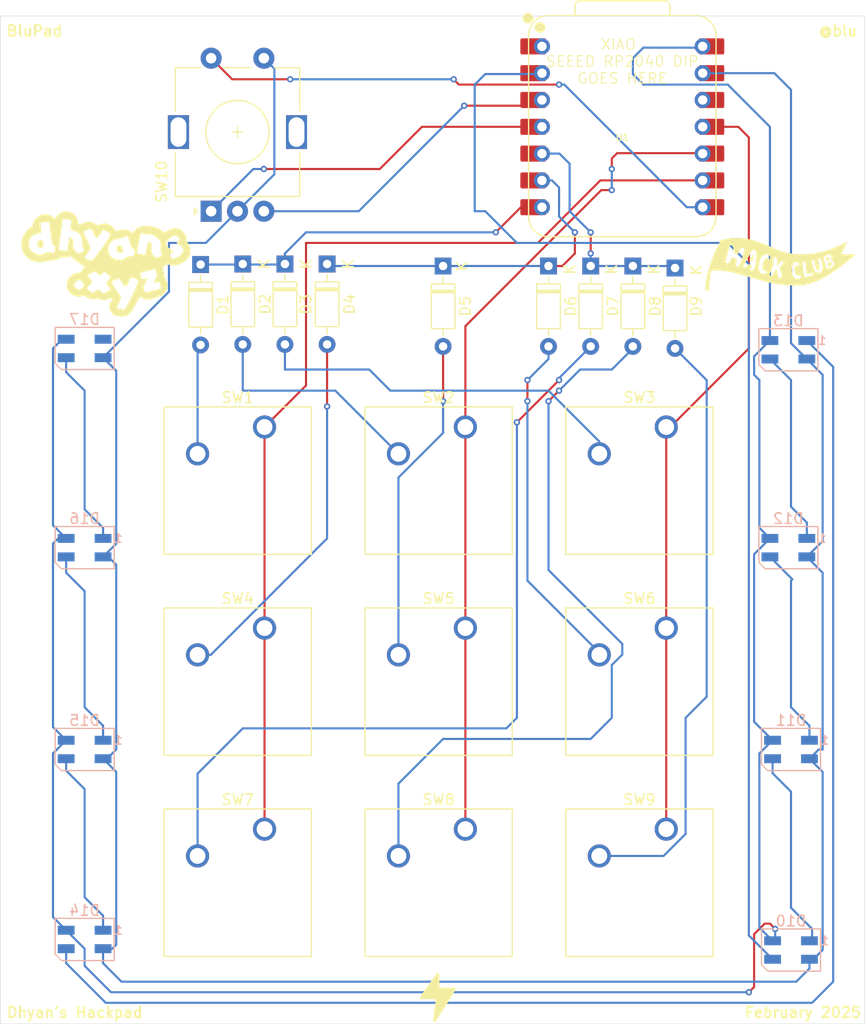
<source format=kicad_pcb>
(kicad_pcb (version 20240108) (generator "pcbnew") (generator_version "8.0")
  (title_block (title "BluPad") (date "2025-02-20"))
  (layers (0 "F.Cu" signal) (31 "B.Cu" signal) (34 "B.Paste" user) (35 "F.Paste" user) (36 "B.SilkS" user "B.Silkscreen") (37 "F.SilkS" user "F.Silkscreen") (38 "B.Mask" user) (39 "F.Mask" user) (44 "Edge.Cuts" user))
  (net 0 "")
  (net 1 "ROW1")
  (net 2 "Net-(D1-A)")
  (net 3 "Net-(D2-A)")
  (net 4 "Net-(D3-A)")
  (net 5 "Net-(D4-A)")
  (net 6 "ROW2")
  (net 7 "Net-(D5-A)")
  (net 8 "Net-(D6-A)")
  (net 9 "Net-(D7-A)")
  (net 10 "ROW3")
  (net 11 "Net-(D8-A)")
  (net 12 "Net-(D9-A)")
  (net 13 "GND")
  (net 14 "LED")
  (net 15 "Net-(D10-DOUT)")
  (net 16 "+5V")
  (net 17 "Net-(D11-DOUT)")
  (net 18 "Net-(D12-DOUT)")
  (net 19 "Net-(D13-DOUT)")
  (net 20 "Net-(D14-DOUT)")
  (net 21 "Net-(D15-DOUT)")
  (net 22 "Net-(D16-DOUT)")
  (net 23 "COL1")
  (net 24 "COL2")
  (net 25 "COL3")
  (net 26 "ENC A")
  (net 27 "ENC B")
  (net 28 "ENC SW")
  (net 31 "unconnected-(D17-DOUT-Pad1)")
  (footprint "LOGO" (layer "F.Cu") (at 144.86375 134.7)
    (property "Reference" "G***" (hide yes))
    (property "Value" "LOGO" (hide yes))
  )
  (footprint "OPL:XIAO-RP2040-DIP" (layer "F.Cu") (at 162.36375 52.2)
    (property "Reference" "U1" (at 0 1 0) (layer "F.SilkS") (effects (font (size 0.635 0.635) (thickness 0.1016))))
    (property "Value" "XIAO-RP2040-DIP")
    (pad "1" smd roundrect (at -8.455 -7.62 180) (size 2.432 1.524) (layers "F.Cu" "F.Mask") (roundrect_rratio 0.1))
    (pad "1" thru_hole circle (at -7.62 -7.62 180) (size 1.524 1.524) (drill 0.889) (layers "*.Cu" "*.Mask"))
    (pad "2" smd roundrect (at -8.455 -5.08 180) (size 2.432 1.524) (layers "F.Cu" "F.Mask") (roundrect_rratio 0.1) (net 14 "LED"))
    (pad "2" thru_hole circle (at -7.62 -5.08 180) (size 1.524 1.524) (drill 0.889) (layers "*.Cu" "*.Mask") (net 14 "LED"))
    (pad "3" smd roundrect (at -8.455 -2.54 180) (size 2.432 1.524) (layers "F.Cu" "F.Mask") (roundrect_rratio 0.1) (net 27 "ENC B"))
    (pad "3" thru_hole circle (at -7.62 -2.54 180) (size 1.524 1.524) (drill 0.889) (layers "*.Cu" "*.Mask") (net 27 "ENC B"))
    (pad "4" smd roundrect (at -8.455 0 180) (size 2.432 1.524) (layers "F.Cu" "F.Mask") (roundrect_rratio 0.1) (net 26 "ENC A"))
    (pad "4" thru_hole circle (at -7.62 0 180) (size 1.524 1.524) (drill 0.889) (layers "*.Cu" "*.Mask") (net 26 "ENC A"))
    (pad "5" smd roundrect (at -8.455 2.54 180) (size 2.432 1.524) (layers "F.Cu" "F.Mask") (roundrect_rratio 0.1) (net 10 "ROW3"))
    (pad "5" thru_hole circle (at -7.62 2.54 180) (size 1.524 1.524) (drill 0.889) (layers "*.Cu" "*.Mask") (net 10 "ROW3"))
    (pad "6" smd roundrect (at -8.455 5.08 180) (size 2.432 1.524) (layers "F.Cu" "F.Mask") (roundrect_rratio 0.1) (net 6 "ROW2"))
    (pad "6" thru_hole circle (at -7.62 5.08 180) (size 1.524 1.524) (drill 0.889) (layers "*.Cu" "*.Mask") (net 6 "ROW2"))
    (pad "7" smd roundrect (at -8.455 7.62 180) (size 2.432 1.524) (layers "F.Cu" "F.Mask") (roundrect_rratio 0.1) (net 1 "ROW1"))
    (pad "7" thru_hole circle (at -7.62 7.62 180) (size 1.524 1.524) (drill 0.889) (layers "*.Cu" "*.Mask") (net 1 "ROW1"))
    (pad "8" thru_hole circle (at 7.62 7.62) (size 1.524 1.524) (drill 0.889) (layers "*.Cu" "*.Mask") (net 28 "ENC SW"))
    (pad "8" smd roundrect (at 8.455 7.62) (size 2.432 1.524) (layers "F.Cu" "F.Mask") (roundrect_rratio 0.1) (net 28 "ENC SW"))
    (pad "9" thru_hole circle (at 7.62 5.08) (size 1.524 1.524) (drill 0.889) (layers "*.Cu" "*.Mask") (net 23 "COL1"))
    (pad "9" smd roundrect (at 8.455 5.08) (size 2.432 1.524) (layers "F.Cu" "F.Mask") (roundrect_rratio 0.1) (net 23 "COL1"))
    (pad "10" thru_hole circle (at 7.62 2.54) (size 1.524 1.524) (drill 0.889) (layers "*.Cu" "*.Mask") (net 24 "COL2"))
    (pad "10" smd roundrect (at 8.455 2.54) (size 2.432 1.524) (layers "F.Cu" "F.Mask") (roundrect_rratio 0.1) (net 24 "COL2"))
    (pad "11" thru_hole circle (at 7.62 0) (size 1.524 1.524) (drill 0.889) (layers "*.Cu" "*.Mask") (net 25 "COL3"))
    (pad "11" smd roundrect (at 8.455 0) (size 2.432 1.524) (layers "F.Cu" "F.Mask") (roundrect_rratio 0.1) (net 25 "COL3"))
    (pad "12" thru_hole circle (at 7.62 -2.54) (size 1.524 1.524) (drill 0.889) (layers "*.Cu" "*.Mask"))
    (pad "12" smd roundrect (at 8.455 -2.54) (size 2.432 1.524) (layers "F.Cu" "F.Mask") (roundrect_rratio 0.1))
    (pad "13" thru_hole circle (at 7.62 -5.08) (size 1.524 1.524) (drill 0.889) (layers "*.Cu" "*.Mask") (net 13 "GND"))
    (pad "13" smd roundrect (at 8.455 -5.08) (size 2.432 1.524) (layers "F.Cu" "F.Mask") (roundrect_rratio 0.1) (net 13 "GND"))
    (pad "14" thru_hole circle (at 7.62 -7.62) (size 1.524 1.524) (drill 0.889) (layers "*.Cu" "*.Mask") (net 16 "+5V"))
    (pad "14" smd roundrect (at 8.455 -7.62) (size 2.432 1.524) (layers "F.Cu" "F.Mask") (roundrect_rratio 0.1) (net 16 "+5V"))
  )
  (footprint "Diode_THT:D_DO-35_SOD27_P7.62mm_Horizontal" (layer "F.Cu") (at 159.36375 65.39 -90)
    (property "Reference" "D7" (at 3.81 -2.12 90) (layer "F.SilkS"))
    (property "Value" "1N4148")
    (fp_text user "K" (at 0.31 -2 90) (layer "F.SilkS"))
    (pad "1" thru_hole rect (at 0 0 270) (size 1.6 1.6) (drill 0.8) (layers "*.Cu" "*.Mask") (net 10 "ROW3"))
    (pad "2" thru_hole oval (at 7.62 0 270) (size 1.6 1.6) (drill 0.8) (layers "*.Cu" "*.Mask") (net 9 "Net-(D7-A)"))
  )
  (footprint "Button_Switch_Keyboard:SW_Cherry_MX_1.00u_PCB" (layer "F.Cu") (at 147.47875 80.645)
    (property "Reference" "SW2" (at -2.54 -2.794 0) (layer "F.SilkS"))
    (property "Value" "SW_Push_45deg")
    (pad "" np_thru_hole circle (at -7.62 5.08) (size 1.7 1.7) (drill 1.7) (layers "*.Cu" "*.Mask"))
    (pad "" np_thru_hole circle (at -2.54 5.08) (size 4 4) (drill 4) (layers "*.Cu" "*.Mask"))
    (pad "" np_thru_hole circle (at 2.54 5.08) (size 1.7 1.7) (drill 1.7) (layers "*.Cu" "*.Mask"))
    (pad "1" thru_hole circle (at 0 0) (size 2.2 2.2) (drill 1.5) (layers "*.Cu" "*.Mask") (net 24 "COL2"))
    (pad "2" thru_hole circle (at -6.35 2.54) (size 2.2 2.2) (drill 1.5) (layers "*.Cu" "*.Mask") (net 3 "Net-(D2-A)"))
  )
  (footprint "Diode_THT:D_DO-35_SOD27_P7.62mm_Horizontal" (layer "F.Cu") (at 130.36375 65.2 -90)
    (property "Reference" "D3" (at 3.81 -2 90) (layer "F.SilkS"))
    (property "Value" "1N4148")
    (fp_text user "K" (at 0 -2 90) (layer "F.SilkS"))
    (pad "1" thru_hole rect (at 0 0 270) (size 1.6 1.6) (drill 0.8) (layers "*.Cu" "*.Mask") (net 1 "ROW1"))
    (pad "2" thru_hole oval (at 7.62 0 270) (size 1.6 1.6) (drill 0.8) (layers "*.Cu" "*.Mask") (net 4 "Net-(D3-A)"))
  )
  (footprint "Button_Switch_Keyboard:SW_Cherry_MX_1.00u_PCB" (layer "F.Cu") (at 147.47875 99.695)
    (property "Reference" "SW5" (at -2.54 -2.794 0) (layer "F.SilkS"))
    (property "Value" "SW_Push_45deg")
    (pad "" np_thru_hole circle (at -7.62 5.08) (size 1.7 1.7) (drill 1.7) (layers "*.Cu" "*.Mask"))
    (pad "" np_thru_hole circle (at -2.54 5.08) (size 4 4) (drill 4) (layers "*.Cu" "*.Mask"))
    (pad "" np_thru_hole circle (at 2.54 5.08) (size 1.7 1.7) (drill 1.7) (layers "*.Cu" "*.Mask"))
    (pad "1" thru_hole circle (at 0 0) (size 2.2 2.2) (drill 1.5) (layers "*.Cu" "*.Mask") (net 24 "COL2"))
    (pad "2" thru_hole circle (at -6.35 2.54) (size 2.2 2.2) (drill 1.5) (layers "*.Cu" "*.Mask") (net 7 "Net-(D5-A)"))
  )
  (footprint "Button_Switch_Keyboard:SW_Cherry_MX_1.00u_PCB" (layer "F.Cu") (at 166.52875 118.745)
    (property "Reference" "SW9" (at -2.54 -2.794 0) (layer "F.SilkS"))
    (property "Value" "SW_Push_45deg")
    (pad "" np_thru_hole circle (at -7.62 5.08) (size 1.7 1.7) (drill 1.7) (layers "*.Cu" "*.Mask"))
    (pad "" np_thru_hole circle (at -2.54 5.08) (size 4 4) (drill 4) (layers "*.Cu" "*.Mask"))
    (pad "" np_thru_hole circle (at 2.54 5.08) (size 1.7 1.7) (drill 1.7) (layers "*.Cu" "*.Mask"))
    (pad "1" thru_hole circle (at 0 0) (size 2.2 2.2) (drill 1.5) (layers "*.Cu" "*.Mask") (net 25 "COL3"))
    (pad "2" thru_hole circle (at -6.35 2.54) (size 2.2 2.2) (drill 1.5) (layers "*.Cu" "*.Mask") (net 12 "Net-(D9-A)"))
  )
  (footprint "LOGO" (layer "F.Cu") (at 177.36375 65.2)
    (property "Reference" "G***" (hide yes))
    (property "Value" "LOGO" (hide yes))
  )
  (footprint "Diode_THT:D_DO-35_SOD27_P7.62mm_Horizontal" (layer "F.Cu") (at 163.36375 65.39 -90)
    (property "Reference" "D8" (at 3.81 -2.12 90) (layer "F.SilkS"))
    (property "Value" "1N4148")
    (fp_text user "K" (at 0.31 -2 90) (layer "F.SilkS"))
    (pad "1" thru_hole rect (at 0 0 270) (size 1.6 1.6) (drill 0.8) (layers "*.Cu" "*.Mask") (net 10 "ROW3"))
    (pad "2" thru_hole oval (at 7.62 0 270) (size 1.6 1.6) (drill 0.8) (layers "*.Cu" "*.Mask") (net 11 "Net-(D8-A)"))
  )
  (footprint "Button_Switch_Keyboard:SW_Cherry_MX_1.00u_PCB" (layer "F.Cu") (at 128.42875 99.695)
    (property "Reference" "SW4" (at -2.54 -2.794 0) (layer "F.SilkS"))
    (property "Value" "SW_Push_45deg")
    (pad "" np_thru_hole circle (at -7.62 5.08) (size 1.7 1.7) (drill 1.7) (layers "*.Cu" "*.Mask"))
    (pad "" np_thru_hole circle (at -2.54 5.08) (size 4 4) (drill 4) (layers "*.Cu" "*.Mask"))
    (pad "" np_thru_hole circle (at 2.54 5.08) (size 1.7 1.7) (drill 1.7) (layers "*.Cu" "*.Mask"))
    (pad "1" thru_hole circle (at 0 0) (size 2.2 2.2) (drill 1.5) (layers "*.Cu" "*.Mask") (net 23 "COL1"))
    (pad "2" thru_hole circle (at -6.35 2.54) (size 2.2 2.2) (drill 1.5) (layers "*.Cu" "*.Mask") (net 5 "Net-(D4-A)"))
  )
  (footprint "Diode_THT:D_DO-35_SOD27_P7.62mm_Horizontal" (layer "F.Cu") (at 126.36375 65.2 -90)
    (property "Reference" "D2" (at 3.81 -2.12 90) (layer "F.SilkS"))
    (property "Value" "1N4148")
    (fp_text user "K" (at 0 -2 90) (layer "F.SilkS"))
    (pad "1" thru_hole rect (at 0 0 270) (size 1.6 1.6) (drill 0.8) (layers "*.Cu" "*.Mask") (net 1 "ROW1"))
    (pad "2" thru_hole oval (at 7.62 0 270) (size 1.6 1.6) (drill 0.8) (layers "*.Cu" "*.Mask") (net 3 "Net-(D2-A)"))
  )
  (footprint "Diode_THT:D_DO-35_SOD27_P7.62mm_Horizontal" (layer "F.Cu") (at 145.36375 65.39 -90)
    (property "Reference" "D5" (at 3.81 -2.12 90) (layer "F.SilkS"))
    (property "Value" "1N4148")
    (fp_text user "K" (at 0 -1.8 90) (layer "F.SilkS"))
    (pad "1" thru_hole rect (at 0 0 270) (size 1.6 1.6) (drill 0.8) (layers "*.Cu" "*.Mask") (net 6 "ROW2"))
    (pad "2" thru_hole oval (at 7.62 0 270) (size 1.6 1.6) (drill 0.8) (layers "*.Cu" "*.Mask") (net 7 "Net-(D5-A)"))
  )
  (footprint "Diode_THT:D_DO-35_SOD27_P7.62mm_Horizontal" (layer "F.Cu") (at 167.36375 65.58 -90)
    (property "Reference" "D9" (at 3.62 -2 90) (layer "F.SilkS"))
    (property "Value" "1N4148" (hide yes))
    (fp_text user "K" (at 0.19 -2 90) (layer "F.SilkS"))
    (pad "1" thru_hole rect (at 0 0 270) (size 1.6 1.6) (drill 0.8) (layers "*.Cu" "*.Mask") (net 10 "ROW3"))
    (pad "2" thru_hole oval (at 7.62 0 270) (size 1.6 1.6) (drill 0.8) (layers "*.Cu" "*.Mask") (net 12 "Net-(D9-A)"))
  )
  (footprint "Button_Switch_Keyboard:SW_Cherry_MX_1.00u_PCB" (layer "F.Cu") (at 166.52875 99.695)
    (property "Reference" "SW6" (at -2.54 -2.794 0) (layer "F.SilkS"))
    (property "Value" "SW_Push_45deg")
    (pad "" np_thru_hole circle (at -7.62 5.08) (size 1.7 1.7) (drill 1.7) (layers "*.Cu" "*.Mask"))
    (pad "" np_thru_hole circle (at -2.54 5.08) (size 4 4) (drill 4) (layers "*.Cu" "*.Mask"))
    (pad "" np_thru_hole circle (at 2.54 5.08) (size 1.7 1.7) (drill 1.7) (layers "*.Cu" "*.Mask"))
    (pad "1" thru_hole circle (at 0 0) (size 2.2 2.2) (drill 1.5) (layers "*.Cu" "*.Mask") (net 25 "COL3"))
    (pad "2" thru_hole circle (at -6.35 2.54) (size 2.2 2.2) (drill 1.5) (layers "*.Cu" "*.Mask") (net 8 "Net-(D6-A)"))
  )
  (footprint "Button_Switch_Keyboard:SW_Cherry_MX_1.00u_PCB" (layer "F.Cu") (at 147.47875 118.745)
    (property "Reference" "SW8" (at -2.54 -2.794 0) (layer "F.SilkS"))
    (property "Value" "SW_Push_45deg")
    (pad "" np_thru_hole circle (at -7.62 5.08) (size 1.7 1.7) (drill 1.7) (layers "*.Cu" "*.Mask"))
    (pad "" np_thru_hole circle (at -2.54 5.08) (size 4 4) (drill 4) (layers "*.Cu" "*.Mask"))
    (pad "" np_thru_hole circle (at 2.54 5.08) (size 1.7 1.7) (drill 1.7) (layers "*.Cu" "*.Mask"))
    (pad "1" thru_hole circle (at 0 0) (size 2.2 2.2) (drill 1.5) (layers "*.Cu" "*.Mask") (net 24 "COL2"))
    (pad "2" thru_hole circle (at -6.35 2.54) (size 2.2 2.2) (drill 1.5) (layers "*.Cu" "*.Mask") (net 11 "Net-(D8-A)"))
  )
  (footprint "Diode_THT:D_DO-35_SOD27_P7.62mm_Horizontal" (layer "F.Cu") (at 155.36375 65.39 -90)
    (property "Reference" "D6" (at 3.81 -2.12 90) (layer "F.SilkS"))
    (property "Value" "1N4148")
    (fp_text user "K" (at 0.31 -2 90) (layer "F.SilkS"))
    (pad "1" thru_hole rect (at 0 0 270) (size 1.6 1.6) (drill 0.8) (layers "*.Cu" "*.Mask") (net 6 "ROW2"))
    (pad "2" thru_hole oval (at 7.62 0 270) (size 1.6 1.6) (drill 0.8) (layers "*.Cu" "*.Mask") (net 8 "Net-(D6-A)"))
  )
  (footprint "Diode_THT:D_DO-35_SOD27_P7.62mm_Horizontal" (layer "F.Cu") (at 122.36375 65.25 -90)
    (property "Reference" "D1" (at 3.81 -2.12 90) (layer "F.SilkS"))
    (property "Value" "1N4148")
    (pad "1" thru_hole rect (at 0 0 270) (size 1.6 1.6) (drill 0.8) (layers "*.Cu" "*.Mask") (net 1 "ROW1"))
    (pad "2" thru_hole oval (at 7.62 0 270) (size 1.6 1.6) (drill 0.8) (layers "*.Cu" "*.Mask") (net 2 "Net-(D1-A)"))
  )
  (footprint "LOGO" (layer "F.Cu") (at 113.36375 65.2)
    (property "Reference" "G***" (hide yes))
    (property "Value" "LOGO" (hide yes))
  )
  (footprint "Button_Switch_Keyboard:SW_Cherry_MX_1.00u_PCB" (layer "F.Cu") (at 128.42875 118.745)
    (property "Reference" "SW7" (at -2.54 -2.794 0) (layer "F.SilkS"))
    (property "Value" "SW_Push_45deg")
    (pad "" np_thru_hole circle (at -7.62 5.08) (size 1.7 1.7) (drill 1.7) (layers "*.Cu" "*.Mask"))
    (pad "" np_thru_hole circle (at -2.54 5.08) (size 4 4) (drill 4) (layers "*.Cu" "*.Mask"))
    (pad "" np_thru_hole circle (at 2.54 5.08) (size 1.7 1.7) (drill 1.7) (layers "*.Cu" "*.Mask"))
    (pad "1" thru_hole circle (at 0 0) (size 2.2 2.2) (drill 1.5) (layers "*.Cu" "*.Mask") (net 23 "COL1"))
    (pad "2" thru_hole circle (at -6.35 2.54) (size 2.2 2.2) (drill 1.5) (layers "*.Cu" "*.Mask") (net 9 "Net-(D7-A)"))
  )
  (footprint "Rotary_Encoder:RotaryEncoder_Alps_EC11E-Switch_Vertical_H20mm" (layer "F.Cu") (at 123.36375 60.2 90)
    (property "Reference" "SW10" (at 2.8 -4.7 90) (layer "F.SilkS"))
    (property "Value" "RotaryEncoder_Switch")
    (pad "A" thru_hole rect (at 0 0 90) (size 2 2) (drill 1) (layers "*.Cu" "*.Mask") (net 26 "ENC A"))
    (pad "B" thru_hole circle (at 0 5 90) (size 2 2) (drill 1) (layers "*.Cu" "*.Mask") (net 27 "ENC B"))
    (pad "C" thru_hole circle (at 0 2.5 90) (size 2 2) (drill 1) (layers "*.Cu" "*.Mask") (net 13 "GND"))
    (pad "MP" thru_hole rect (at 7.5 -3.1 90) (size 3.2 2) (drill oval 2.8 1.5) (layers "*.Cu" "*.Mask"))
    (pad "MP" thru_hole rect (at 7.5 8.1 90) (size 3.2 2) (drill oval 2.8 1.5) (layers "*.Cu" "*.Mask"))
    (pad "S1" thru_hole circle (at 14.5 5 90) (size 2 2) (drill 1) (layers "*.Cu" "*.Mask") (net 13 "GND"))
    (pad "S2" thru_hole circle (at 14.5 0 90) (size 2 2) (drill 1) (layers "*.Cu" "*.Mask") (net 28 "ENC SW"))
  )
  (footprint "Button_Switch_Keyboard:SW_Cherry_MX_1.00u_PCB" (layer "F.Cu") (at 128.42875 80.645)
    (property "Reference" "SW1" (at -2.54 -2.794 0) (layer "F.SilkS"))
    (property "Value" "SW_Push_45deg")
    (pad "" np_thru_hole circle (at -7.62 5.08) (size 1.7 1.7) (drill 1.7) (layers "*.Cu" "*.Mask"))
    (pad "" np_thru_hole circle (at -2.54 5.08) (size 4 4) (drill 4) (layers "*.Cu" "*.Mask"))
    (pad "" np_thru_hole circle (at 2.54 5.08) (size 1.7 1.7) (drill 1.7) (layers "*.Cu" "*.Mask"))
    (pad "1" thru_hole circle (at 0 0) (size 2.2 2.2) (drill 1.5) (layers "*.Cu" "*.Mask") (net 23 "COL1"))
    (pad "2" thru_hole circle (at -6.35 2.54) (size 2.2 2.2) (drill 1.5) (layers "*.Cu" "*.Mask") (net 2 "Net-(D1-A)"))
  )
  (footprint "Button_Switch_Keyboard:SW_Cherry_MX_1.00u_PCB" (layer "F.Cu") (at 166.52875 80.645)
    (property "Reference" "SW3" (at -2.54 -2.794 0) (layer "F.SilkS"))
    (property "Value" "SW_Push_45deg")
    (pad "" np_thru_hole circle (at -7.62 5.08) (size 1.7 1.7) (drill 1.7) (layers "*.Cu" "*.Mask"))
    (pad "" np_thru_hole circle (at -2.54 5.08) (size 4 4) (drill 4) (layers "*.Cu" "*.Mask"))
    (pad "" np_thru_hole circle (at 2.54 5.08) (size 1.7 1.7) (drill 1.7) (layers "*.Cu" "*.Mask"))
    (pad "1" thru_hole circle (at 0 0) (size 2.2 2.2) (drill 1.5) (layers "*.Cu" "*.Mask") (net 25 "COL3"))
    (pad "2" thru_hole circle (at -6.35 2.54) (size 2.2 2.2) (drill 1.5) (layers "*.Cu" "*.Mask") (net 4 "Net-(D3-A)"))
  )
  (footprint "Diode_THT:D_DO-35_SOD27_P7.62mm_Horizontal" (layer "F.Cu") (at 134.36375 65.2 -90)
    (property "Reference" "D4" (at 3.81 -2.12 90) (layer "F.SilkS"))
    (property "Value" "1N4148")
    (fp_text user "K" (at 0 -2 90) (layer "F.SilkS"))
    (pad "1" thru_hole rect (at 0 0 270) (size 1.6 1.6) (drill 0.8) (layers "*.Cu" "*.Mask") (net 6 "ROW2"))
    (pad "2" thru_hole oval (at 7.62 0 270) (size 1.6 1.6) (drill 0.8) (layers "*.Cu" "*.Mask") (net 5 "Net-(D4-A)"))
  )
  (footprint "LED_SMD:LED_SK6812MINI_PLCC4_3.5x3.5mm_P1.75mm" (layer "B.Cu") (at 111.36375 73.2 180)
    (property "Reference" "D17" (at 0 2.75 0) (layer "B.SilkS") (effects (justify mirror)))
    (property "Value" "SK6812MINI")
    (pad "1" smd rect (at -1.75 0.875 180) (size 1.6 0.85) (layers "B.Cu" "B.Paste" "B.Mask") (net 31 "unconnected-(D17-DOUT-Pad1)"))
    (pad "2" smd rect (at -1.75 -0.875 180) (size 1.6 0.85) (layers "B.Cu" "B.Paste" "B.Mask") (net 13 "GND"))
    (pad "3" smd rect (at 1.75 -0.875 180) (size 1.6 0.85) (layers "B.Cu" "B.Paste" "B.Mask") (net 22 "Net-(D16-DOUT)"))
    (pad "4" smd rect (at 1.75 0.875 180) (size 1.6 0.85) (layers "B.Cu" "B.Paste" "B.Mask") (net 16 "+5V"))
  )
  (footprint "LED_SMD:LED_SK6812MINI_PLCC4_3.5x3.5mm_P1.75mm" (layer "B.Cu") (at 178.11375 92.075 180)
    (property "Reference" "D12" (at 0 2.75 0) (layer "B.SilkS") (effects (justify mirror)))
    (property "Value" "SK6812MINI")
    (fp_text user "1" (at -3.2 0.875 0) (layer "B.SilkS") (effects (font (size 0.8 0.8)) (justify mirror)))
    (pad "1" smd rect (at -1.75 0.875 180) (size 1.6 0.85) (layers "B.Cu" "B.Paste" "B.Mask") (net 18 "Net-(D12-DOUT)"))
    (pad "2" smd rect (at -1.75 -0.875 180) (size 1.6 0.85) (layers "B.Cu" "B.Paste" "B.Mask") (net 13 "GND"))
    (pad "3" smd rect (at 1.75 -0.875 180) (size 1.6 0.85) (layers "B.Cu" "B.Paste" "B.Mask") (net 17 "Net-(D11-DOUT)"))
    (pad "4" smd rect (at 1.75 0.875 180) (size 1.6 0.85) (layers "B.Cu" "B.Paste" "B.Mask") (net 16 "+5V"))
  )
  (footprint "LED_SMD:LED_SK6812MINI_PLCC4_3.5x3.5mm_P1.75mm" (layer "B.Cu") (at 111.36375 129.2 180)
    (property "Reference" "D14" (at 0 2.75 0) (layer "B.SilkS") (effects (justify mirror)))
    (property "Value" "SK6812MINI")
    (fp_text user "1" (at -3.2 0.875 0) (layer "B.SilkS") (effects (font (size 0.8 0.8)) (justify mirror)))
    (pad "1" smd rect (at -1.75 0.875 180) (size 1.6 0.85) (layers "B.Cu" "B.Paste" "B.Mask") (net 20 "Net-(D14-DOUT)"))
    (pad "2" smd rect (at -1.75 -0.875 180) (size 1.6 0.85) (layers "B.Cu" "B.Paste" "B.Mask") (net 13 "GND"))
    (pad "3" smd rect (at 1.75 -0.875 180) (size 1.6 0.85) (layers "B.Cu" "B.Paste" "B.Mask") (net 19 "Net-(D13-DOUT)"))
    (pad "4" smd rect (at 1.75 0.875 180) (size 1.6 0.85) (layers "B.Cu" "B.Paste" "B.Mask") (net 16 "+5V"))
  )
  (footprint "LED_SMD:LED_SK6812MINI_PLCC4_3.5x3.5mm_P1.75mm" (layer "B.Cu") (at 111.36375 111.2 180)
    (property "Reference" "D15" (at 0 2.75 0) (layer "B.SilkS") (effects (justify mirror)))
    (property "Value" "SK6812MINI")
    (fp_text user "1" (at -3.2 0.875 0) (layer "B.SilkS") (effects (font (size 0.8 0.8)) (justify mirror)))
    (pad "1" smd rect (at -1.75 0.875 180) (size 1.6 0.85) (layers "B.Cu" "B.Paste" "B.Mask") (net 21 "Net-(D15-DOUT)"))
    (pad "2" smd rect (at -1.75 -0.875 180) (size 1.6 0.85) (layers "B.Cu" "B.Paste" "B.Mask") (net 13 "GND"))
    (pad "3" smd rect (at 1.75 -0.875 180) (size 1.6 0.85) (layers "B.Cu" "B.Paste" "B.Mask") (net 20 "Net-(D14-DOUT)"))
    (pad "4" smd rect (at 1.75 0.875 180) (size 1.6 0.85) (layers "B.Cu" "B.Paste" "B.Mask") (net 16 "+5V"))
  )
  (footprint "LED_SMD:LED_SK6812MINI_PLCC4_3.5x3.5mm_P1.75mm" (layer "B.Cu") (at 178.36375 111.2 180)
    (property "Reference" "D11" (at 0 2.75 0) (layer "B.SilkS") (effects (justify mirror)))
    (property "Value" "SK6812MINI")
    (fp_text user "1" (at -3.2 0.875 0) (layer "B.SilkS") (effects (font (size 0.8 0.8)) (justify mirror)))
    (pad "1" smd rect (at -1.75 0.875 180) (size 1.6 0.85) (layers "B.Cu" "B.Paste" "B.Mask") (net 17 "Net-(D11-DOUT)"))
    (pad "2" smd rect (at -1.75 -0.875 180) (size 1.6 0.85) (layers "B.Cu" "B.Paste" "B.Mask") (net 13 "GND"))
    (pad "3" smd rect (at 1.75 -0.875 180) (size 1.6 0.85) (layers "B.Cu" "B.Paste" "B.Mask") (net 15 "Net-(D10-DOUT)"))
    (pad "4" smd rect (at 1.75 0.875 180) (size 1.6 0.85) (layers "B.Cu" "B.Paste" "B.Mask") (net 16 "+5V"))
  )
  (footprint "LED_SMD:LED_SK6812MINI_PLCC4_3.5x3.5mm_P1.75mm" (layer "B.Cu") (at 178.11375 73.325 180)
    (property "Reference" "D13" (at 0 2.75 0) (layer "B.SilkS") (effects (justify mirror)))
    (property "Value" "SK6812MINI")
    (fp_text user "1" (at -3.2 0.875 0) (layer "B.SilkS") (effects (font (size 0.8 0.8)) (justify mirror)))
    (pad "1" smd rect (at -1.75 0.875 180) (size 1.6 0.85) (layers "B.Cu" "B.Paste" "B.Mask") (net 19 "Net-(D13-DOUT)"))
    (pad "2" smd rect (at -1.75 -0.875 180) (size 1.6 0.85) (layers "B.Cu" "B.Paste" "B.Mask") (net 13 "GND"))
    (pad "3" smd rect (at 1.75 -0.875 180) (size 1.6 0.85) (layers "B.Cu" "B.Paste" "B.Mask") (net 18 "Net-(D12-DOUT)"))
    (pad "4" smd rect (at 1.75 0.875 180) (size 1.6 0.85) (layers "B.Cu" "B.Paste" "B.Mask") (net 16 "+5V"))
  )
  (footprint "LED_SMD:LED_SK6812MINI_PLCC4_3.5x3.5mm_P1.75mm" (layer "B.Cu") (at 178.36375 130.2 180)
    (property "Reference" "D10" (at 0 2.75 0) (layer "B.SilkS") (effects (justify mirror)))
    (property "Value" "SK6812MINI")
    (fp_text user "1" (at -3.2 0.875 0) (layer "B.SilkS") (effects (font (size 0.8 0.8)) (justify mirror)))
    (pad "1" smd rect (at -1.75 0.875 180) (size 1.6 0.85) (layers "B.Cu" "B.Paste" "B.Mask") (net 15 "Net-(D10-DOUT)"))
    (pad "2" smd rect (at -1.75 -0.875 180) (size 1.6 0.85) (layers "B.Cu" "B.Paste" "B.Mask") (net 13 "GND"))
    (pad "3" smd rect (at 1.75 -0.875 180) (size 1.6 0.85) (layers "B.Cu" "B.Paste" "B.Mask") (net 14 "LED"))
    (pad "4" smd rect (at 1.75 0.875 180) (size 1.6 0.85) (layers "B.Cu" "B.Paste" "B.Mask") (net 16 "+5V"))
  )
  (footprint "LED_SMD:LED_SK6812MINI_PLCC4_3.5x3.5mm_P1.75mm" (layer "B.Cu") (at 111.36375 92.075 180)
    (property "Reference" "D16" (at 0 2.75 0) (layer "B.SilkS") (effects (justify mirror)))
    (property "Value" "SK6812MINI" (hide yes))
    (fp_text user "1" (at -3.2 0.875 0) (layer "B.SilkS") (effects (font (size 0.8 0.8)) (justify mirror)))
    (pad "1" smd rect (at -1.75 0.875 180) (size 1.6 0.85) (layers "B.Cu" "B.Paste" "B.Mask") (net 22 "Net-(D16-DOUT)"))
    (pad "2" smd rect (at -1.75 -0.875 180) (size 1.6 0.85) (layers "B.Cu" "B.Paste" "B.Mask") (net 13 "GND"))
    (pad "3" smd rect (at 1.75 -0.875 180) (size 1.6 0.85) (layers "B.Cu" "B.Paste" "B.Mask") (net 21 "Net-(D15-DOUT)"))
    (pad "4" smd rect (at 1.75 0.875 180) (size 1.6 0.85) (layers "B.Cu" "B.Paste" "B.Mask") (net 16 "+5V"))
  )
  (gr_rect (start 103.36375 41.7) (end 185.36375 137.2) (stroke (width 0.05)) (fill none) (layer "Edge.Cuts"))
  (gr_text "@blu" (at 180.86375 43.7 0) (layer "F.SilkS") (effects (font (size 1 1) (thickness 0.2) (bold yes)) (justify left bottom)))
  (gr_text "February 2025" (at 173.86375 136.7 0) (layer "F.SilkS") (effects (font (size 1 1) (thickness 0.2) (bold yes)) (justify left bottom)))
  (gr_text "XIAO \nSEEED RP2040 DIP\nGOES HERE" (at 162.36375 48.2 0) (layer "F.SilkS") (effects (font (size 1 1) (thickness 0.1)) (justify bottom)))
  (gr_text "Dhyan's Hackpad" (at 103.86375 136.7 0) (layer "F.SilkS") (effects (font (size 1 1) (thickness 0.2) (bold yes)) (justify left bottom)))
  (gr_text "BluPad" (at 103.86375 43.7 0) (layer "F.SilkS") (effects (font (size 1 1) (thickness 0.2) (bold yes)) (justify left bottom)))
  (segment (start 150.36375 62.2) (end 152.74375 59.82) (width 0.2) (layer "F.Cu") (net 1))
  (segment (start 152.74375 59.82) (end 154.74375 59.82) (width 0.2) (layer "F.Cu") (net 1))
  (via (at 150.36375 62.2) (size 0.6) (drill 0.3) (layers "F.Cu" "B.Cu") (net 1))
  (segment (start 130.36375 65.2) (end 130.36375 64.2) (width 0.2) (layer "B.Cu") (net 1))
  (segment (start 132.36375 62.2) (end 150.36375 62.2) (width 0.2) (layer "B.Cu") (net 1))
  (segment (start 122.61375 65.25) (end 130.31375 65.25) (width 0.2) (layer "B.Cu") (net 1))
  (segment (start 130.31375 65.25) (end 130.36375 65.2) (width 0.2) (layer "B.Cu") (net 1))
  (segment (start 130.36375 64.2) (end 132.36375 62.2) (width 0.2) (layer "B.Cu") (net 1))
  (segment (start 122.07875 73.405) (end 122.61375 72.87) (width 0.2) (layer "B.Cu") (net 2))
  (segment (start 122.07875 83.185) (end 122.07875 73.405) (width 0.2) (layer "B.Cu") (net 2))
  (segment (start 135.14375 77.2) (end 141.12875 83.185) (width 0.2) (layer "B.Cu") (net 3))
  (segment (start 126.36375 77.2) (end 135.14375 77.2) (width 0.2) (layer "B.Cu") (net 3))
  (segment (start 126.36375 72.82) (end 126.36375 77.2) (width 0.2) (layer "B.Cu") (net 3))
  (segment (start 140.36375 77.2) (end 155.36375 77.2) (width 0.2) (layer "B.Cu") (net 4))
  (segment (start 130.36375 72.82) (end 130.36375 75.2) (width 0.2) (layer "B.Cu") (net 4))
  (segment (start 160.17875 82.015) (end 160.17875 83.185) (width 0.2) (layer "B.Cu") (net 4))
  (segment (start 155.36375 77.2) (end 160.17875 82.015) (width 0.2) (layer "B.Cu") (net 4))
  (segment (start 138.36375 75.2) (end 140.36375 77.2) (width 0.2) (layer "B.Cu") (net 4))
  (segment (start 130.36375 75.2) (end 138.36375 75.2) (width 0.2) (layer "B.Cu") (net 4))
  (segment (start 134.36375 78.7) (end 134.36375 72.82) (width 0.2) (layer "F.Cu") (net 5))
  (via (at 134.36375 78.7) (size 0.6) (drill 0.3) (layers "F.Cu" "B.Cu") (net 5))
  (segment (start 122.07875 102.235) (end 123.32875 102.235) (width 0.2) (layer "B.Cu") (net 5))
  (segment (start 134.36375 91.2) (end 134.36375 78.7) (width 0.2) (layer "B.Cu") (net 5))
  (segment (start 123.32875 102.235) (end 134.36375 91.2) (width 0.2) (layer "B.Cu") (net 5))
  (segment (start 156.67375 65.39) (end 155.36375 65.39) (width 0.2) (layer "F.Cu") (net 6))
  (segment (start 157.86375 64.2) (end 156.67375 65.39) (width 0.2) (layer "F.Cu") (net 6))
  (segment (start 157.86375 62.2) (end 157.86375 64.2) (width 0.2) (layer "F.Cu") (net 6))
  (via (at 157.86375 62.2) (size 0.6) (drill 0.3) (layers "F.Cu" "B.Cu") (net 6))
  (segment (start 155.36375 65.39) (end 134.17375 65.39) (width 0.2) (layer "B.Cu") (net 6))
  (segment (start 155.69375 57.28) (end 156.36375 57.95) (width 0.2) (layer "B.Cu") (net 6))
  (segment (start 154.74375 57.28) (end 155.69375 57.28) (width 0.2) (layer "B.Cu") (net 6))
  (segment (start 134.17375 65.39) (end 133.98375 65.2) (width 0.2) (layer "B.Cu") (net 6))
  (segment (start 156.36375 60.7) (end 157.86375 62.2) (width 0.2) (layer "B.Cu") (net 6))
  (segment (start 156.36375 57.95) (end 156.36375 60.7) (width 0.2) (layer "B.Cu") (net 6))
  (segment (start 145.36375 78.2) (end 145.36375 73.01) (width 0.2) (layer "F.Cu") (net 7))
  (via (at 145.36375 78.2) (size 0.6) (drill 0.3) (layers "F.Cu" "B.Cu") (net 7))
  (segment (start 145.36375 81.2) (end 145.36375 78.2) (width 0.2) (layer "B.Cu") (net 7))
  (segment (start 141.12875 85.435) (end 143.36375 83.2) (width 0.2) (layer "B.Cu") (net 7))
  (segment (start 143.36375 83.2) (end 145.36375 81.2) (width 0.2) (layer "B.Cu") (net 7))
  (segment (start 141.12875 102.235) (end 141.12875 85.435) (width 0.2) (layer "B.Cu") (net 7))
  (segment (start 153.36375 78.2) (end 153.36375 76.2) (width 0.2) (layer "F.Cu") (net 8))
  (via (at 153.36375 76.2) (size 0.6) (drill 0.3) (layers "F.Cu" "B.Cu") (net 8))
  (via (at 153.36375 78.2) (size 0.6) (drill 0.3) (layers "F.Cu" "B.Cu") (net 8))
  (segment (start 153.36375 95.2) (end 153.36375 78.2) (width 0.2) (layer "B.Cu") (net 8))
  (segment (start 160.17875 102.015) (end 153.36375 95.2) (width 0.2) (layer "B.Cu") (net 8))
  (segment (start 155.36375 74.2) (end 155.36375 73.01) (width 0.2) (layer "B.Cu") (net 8))
  (segment (start 153.36375 76.2) (end 155.36375 74.2) (width 0.2) (layer "B.Cu") (net 8))
  (segment (start 160.17875 102.235) (end 160.17875 102.015) (width 0.2) (layer "B.Cu") (net 8))
  (segment (start 152.36375 80.2) (end 156.36375 76.2) (width 0.2) (layer "F.Cu") (net 9))
  (segment (start 156.36375 76.01) (end 156.36375 76.2) (width 0.2) (layer "F.Cu") (net 9))
  (via (at 156.36375 76.2) (size 0.6) (drill 0.3) (layers "F.Cu" "B.Cu") (net 9))
  (via (at 152.36375 80.2) (size 0.6) (drill 0.3) (layers "F.Cu" "B.Cu") (net 9))
  (segment (start 122.07875 113.485) (end 126.36375 109.2) (width 0.2) (layer "B.Cu") (net 9))
  (segment (start 122.07875 121.285) (end 122.07875 113.485) (width 0.2) (layer "B.Cu") (net 9))
  (segment (start 156.36375 76.01) (end 159.36375 73.01) (width 0.2) (layer "B.Cu") (net 9))
  (segment (start 151.36375 109.2) (end 152.36375 108.2) (width 0.2) (layer "B.Cu") (net 9))
  (segment (start 152.36375 108.2) (end 152.36375 80.2) (width 0.2) (layer "B.Cu") (net 9))
  (segment (start 156.36375 76.2) (end 156.36375 76.01) (width 0.2) (layer "B.Cu") (net 9))
  (segment (start 126.36375 109.2) (end 151.36375 109.2) (width 0.2) (layer "B.Cu") (net 9))
  (segment (start 159.36375 64.2) (end 159.36375 62.2) (width 0.2) (layer "F.Cu") (net 10))
  (via (at 159.36375 62.2) (size 0.6) (drill 0.3) (layers "F.Cu" "B.Cu") (net 10))
  (via (at 159.36375 64.2) (size 0.6) (drill 0.3) (layers "F.Cu" "B.Cu") (net 10))
  (segment (start 159.36375 62.2) (end 157.36375 60.2) (width 0.2) (layer "B.Cu") (net 10))
  (segment (start 159.36375 65.39) (end 159.36375 64.2) (width 0.2) (layer "B.Cu") (net 10))
  (segment (start 157.36375 60.2) (end 157.36375 55.7) (width 0.2) (layer "B.Cu") (net 10))
  (segment (start 167.17375 65.39) (end 159.36375 65.39) (width 0.2) (layer "B.Cu") (net 10))
  (segment (start 167.36375 65.58) (end 167.17375 65.39) (width 0.2) (layer "B.Cu") (net 10))
  (segment (start 156.40375 54.74) (end 154.74375 54.74) (width 0.2) (layer "B.Cu") (net 10))
  (segment (start 157.36375 55.7) (end 156.40375 54.74) (width 0.2) (layer "B.Cu") (net 10))
  (segment (start 155.36375 78.2) (end 156.36375 77.2) (width 0.2) (layer "F.Cu") (net 11))
  (via (at 156.36375 77.2) (size 0.6) (drill 0.3) (layers "F.Cu" "B.Cu") (net 11))
  (via (at 155.36375 78.2) (size 0.6) (drill 0.3) (layers "F.Cu" "B.Cu") (net 11))
  (segment (start 156.36375 77.2) (end 158.36375 75.2) (width 0.2) (layer "B.Cu") (net 11))
  (segment (start 145.36375 110.2) (end 159.36375 110.2) (width 0.2) (layer "B.Cu") (net 11))
  (segment (start 159.36375 110.2) (end 161.36375 108.2) (width 0.2) (layer "B.Cu") (net 11))
  (segment (start 141.12875 121.285) (end 141.12875 114.435) (width 0.2) (layer "B.Cu") (net 11))
  (segment (start 158.36375 75.2) (end 161.36375 75.2) (width 0.2) (layer "B.Cu") (net 11))
  (segment (start 141.12875 114.435) (end 145.36375 110.2) (width 0.2) (layer "B.Cu") (net 11))
  (segment (start 163.36375 73.2) (end 163.36375 73.01) (width 0.2) (layer "B.Cu") (net 11))
  (segment (start 161.36375 108.2) (end 161.36375 103.2) (width 0.2) (layer "B.Cu") (net 11))
  (segment (start 161.36375 103.2) (end 162.36375 102.2) (width 0.2) (layer "B.Cu") (net 11))
  (segment (start 155.36375 94.2) (end 155.36375 78.2) (width 0.2) (layer "B.Cu") (net 11))
  (segment (start 162.36375 101.2) (end 155.36375 94.2) (width 0.2) (layer "B.Cu") (net 11))
  (segment (start 161.36375 75.2) (end 163.36375 73.2) (width 0.2) (layer "B.Cu") (net 11))
  (segment (start 162.36375 102.2) (end 162.36375 101.2) (width 0.2) (layer "B.Cu") (net 11))
  (segment (start 170.36375 76.2) (end 167.36375 73.2) (width 0.2) (layer "B.Cu") (net 12))
  (segment (start 168.36375 119.2) (end 168.36375 108.2) (width 0.2) (layer "B.Cu") (net 12))
  (segment (start 160.17875 121.285) (end 166.27875 121.285) (width 0.2) (layer "B.Cu") (net 12))
  (segment (start 170.36375 106.2) (end 170.36375 76.2) (width 0.2) (layer "B.Cu") (net 12))
  (segment (start 168.36375 108.2) (end 170.36375 106.2) (width 0.2) (layer "B.Cu") (net 12))
  (segment (start 166.27875 121.285) (end 168.36375 119.2) (width 0.2) (layer "B.Cu") (net 12))
  (segment (start 113.11375 130.075) (end 113.98875 130.075) (width 0.2) (layer "B.Cu") (net 13))
  (segment (start 181.36375 130.2) (end 180.48875 131.075) (width 0.2) (layer "B.Cu") (net 13))
  (segment (start 178.86375 133.2) (end 114.86375 133.2) (width 0.2) (layer "B.Cu") (net 13))
  (segment (start 178.36375 72.7) (end 178.36375 48.7) (width 0.2) (layer "B.Cu") (net 13))
  (segment (start 119.36375 63.2) (end 119.36375 67.825) (width 0.2) (layer "B.Cu") (net 13))
  (segment (start 181.36375 91.45) (end 179.86375 92.95) (width 0.2) (layer "B.Cu") (net 13))
  (segment (start 114.86375 133.2) (end 113.11375 131.45) (width 0.2) (layer "B.Cu") (net 13))
  (segment (start 180.48875 131.075) (end 180.11375 131.075) (width 0.2) (layer "B.Cu") (net 13))
  (segment (start 129.36375 56.7) (end 129.36375 46.7) (width 0.2) (layer "B.Cu") (net 13))
  (segment (start 125.86375 60.2) (end 122.86375 63.2) (width 0.2) (layer "B.Cu") (net 13))
  (segment (start 180.11375 131.95) (end 178.86375 133.2) (width 0.2) (layer "B.Cu") (net 13))
  (segment (start 113.18875 93.075) (end 113.11375 93.075) (width 0.2) (layer "B.Cu") (net 13))
  (segment (start 176.78375 47.12) (end 169.98375 47.12) (width 0.2) (layer "B.Cu") (net 13))
  (segment (start 181.36375 130.2) (end 181.36375 113.325) (width 0.2) (layer "B.Cu") (net 13))
  (segment (start 119.36375 67.825) (end 113.11375 74.075) (width 0.2) (layer "B.Cu") (net 13))
  (segment (start 113.98875 130.075) (end 114.36375 129.7) (width 0.2) (layer "B.Cu") (net 13))
  (segment (start 180.98875 111.2) (end 181.36375 111.2) (width 0.2) (layer "B.Cu") (net 13))
  (segment (start 113.48875 112.075) (end 113.11375 112.075) (width 0.2) (layer "B.Cu") (net 13))
  (segment (start 114.36375 93.7) (end 114.36375 111.2) (width 0.2) (layer "B.Cu") (net 13))
  (segment (start 113.11375 131.45) (end 113.11375 130.075) (width 0.2) (layer "B.Cu") (net 13))
  (segment (start 114.36375 75.325) (end 114.36375 91.7) (width 0.2) (layer "B.Cu") (net 13))
  (segment (start 181.36375 113.325) (end 180.11375 112.075) (width 0.2) (layer "B.Cu") (net 13))
  (segment (start 113.11375 92.95) (end 113.61375 92.95) (width 0.2) (layer "B.Cu") (net 13))
  (segment (start 114.36375 113.325) (end 113.11375 112.075) (width 0.2) (layer "B.Cu") (net 13))
  (segment (start 179.86375 74.2) (end 180.23875 74.2) (width 0.2) (layer "B.Cu") (net 13))
  (segment (start 181.36375 111.2) (end 181.36375 94.45) (width 0.2) (layer "B.Cu") (net 13))
  (segment (start 181.36375 75.7) (end 181.36375 91.45) (width 0.2) (layer "B.Cu") (net 13))
  (segment (start 114.36375 129.7) (end 114.36375 113.325) (width 0.2) (layer "B.Cu") (net 13))
  (segment (start 125.86375 60.2) (end 129.36375 56.7) (width 0.2) (layer "B.Cu") (net 13))
  (segment (start 179.86375 74.2) (end 181.36375 75.7) (width 0.2) (layer "B.Cu") (net 13))
  (segment (start 114.36375 91.7) (end 113.11375 92.95) (width 0.2) (layer "B.Cu") (net 13))
  (segment (start 129.36375 46.7) (end 128.36375 45.7) (width 0.2) (layer "B.Cu") (net 13))
  (segment (start 181.36375 94.45) (end 179.86375 92.95) (width 0.2) (layer "B.Cu") (net 13))
  (segment (start 114.36375 111.2) (end 113.48875 112.075) (width 0.2) (layer "B.Cu") (net 13))
  (segment (start 113.61375 92.95) (end 114.36375 93.7) (width 0.2) (layer "B.Cu") (net 13))
  (segment (start 180.11375 131.075) (end 180.11375 131.95) (width 0.2) (layer "B.Cu") (net 13))
  (segment (start 113.11375 74.075) (end 114.36375 75.325) (width 0.2) (layer "B.Cu") (net 13))
  (segment (start 180.11375 112.075) (end 180.98875 111.2) (width 0.2) (layer "B.Cu") (net 13))
  (segment (start 122.86375 63.2) (end 119.36375 63.2) (width 0.2) (layer "B.Cu") (net 13))
  (segment (start 179.86375 74.2) (end 178.36375 72.7) (width 0.2) (layer "B.Cu") (net 13))
  (segment (start 178.36375 48.7) (end 176.78375 47.12) (width 0.2) (layer "B.Cu") (net 13))
  (segment (start 174.36375 65.2) (end 174.36375 128.825) (width 0.2) (layer "B.Cu") (net 14))
  (segment (start 148.36375 60.2) (end 149.36375 60.2) (width 0.2) (layer "B.Cu") (net 14))
  (segment (start 174.36375 128.825) (end 176.61375 131.075) (width 0.2) (layer "B.Cu") (net 14))
  (segment (start 154.74375 47.12) (end 154.66375 47.2) (width 0.2) (layer "B.Cu") (net 14))
  (segment (start 152.36375 63.2) (end 172.36375 63.2) (width 0.2) (layer "B.Cu") (net 14))
  (segment (start 148.36375 48.2) (end 148.36375 60.2) (width 0.2) (layer "B.Cu") (net 14))
  (segment (start 172.36375 63.2) (end 174.36375 65.2) (width 0.2) (layer "B.Cu") (net 14))
  (segment (start 149.36375 47.2) (end 148.36375 48.2) (width 0.2) (layer "B.Cu") (net 14))
  (segment (start 149.36375 60.2) (end 152.36375 63.2) (width 0.2) (layer "B.Cu") (net 14))
  (segment (start 154.66375 47.2) (end 149.36375 47.2) (width 0.2) (layer "B.Cu") (net 14))
  (segment (start 176.61375 112.075) (end 176.61375 113.45) (width 0.2) (layer "B.Cu") (net 15))
  (segment (start 180.11375 129.325) (end 180.36375 129.075) (width 0.2) (layer "B.Cu") (net 15))
  (segment (start 176.61375 113.45) (end 178.36375 115.2) (width 0.2) (layer "B.Cu") (net 15))
  (segment (start 180.36375 128.2) (end 178.36375 126.2) (width 0.2) (layer "B.Cu") (net 15))
  (segment (start 180.36375 129.075) (end 180.36375 128.2) (width 0.2) (layer "B.Cu") (net 15))
  (segment (start 178.36375 115.2) (end 178.36375 126.2) (width 0.2) (layer "B.Cu") (net 15))
  (segment (start 174.86375 128.7) (end 174.86375 133.7) (width 0.2) (layer "F.Cu") (net 16))
  (segment (start 175.86375 127.7) (end 174.86375 128.7) (width 0.2) (layer "F.Cu") (net 16))
  (segment (start 176.86375 128.2) (end 176.36375 127.7) (width 0.2) (layer "F.Cu") (net 16))
  (segment (start 176.36375 127.7) (end 175.86375 127.7) (width 0.2) (layer "F.Cu") (net 16))
  (segment (start 174.86375 133.7) (end 174.36375 134.2) (width 0.2) (layer "F.Cu") (net 16))
  (via (at 176.86375 128.2) (size 0.6) (drill 0.3) (layers "F.Cu" "B.Cu") (net 16))
  (via (at 174.36375 134.2) (size 0.6) (drill 0.3) (layers "F.Cu" "B.Cu") (net 16))
  (segment (start 108.36375 127.075) (end 109.61375 128.325) (width 0.2) (layer "B.Cu") (net 16))
  (segment (start 163.36375 45.7) (end 164.36375 44.7) (width 0.2) (layer "B.Cu") (net 16))
  (segment (start 174.86375 92.7) (end 174.86375 108.575) (width 0.2) (layer "B.Cu") (net 16))
  (segment (start 172.36375 48.2) (end 164.36375 48.2) (width 0.2) (layer "B.Cu") (net 16))
  (segment (start 163.36375 47.2) (end 163.36375 45.7) (width 0.2) (layer "B.Cu") (net 16))
  (segment (start 176.61375 129.325) (end 176.86375 129.075) (width 0.2) (layer "B.Cu") (net 16))
  (segment (start 175.36375 76.2) (end 175.36375 90.2) (width 0.2) (layer "B.Cu") (net 16))
  (segment (start 109.61375 110.325) (end 108.36375 111.575) (width 0.2) (layer "B.Cu") (net 16))
  (segment (start 109.61375 110.325) (end 109.23875 110.7) (width 0.2) (layer "B.Cu") (net 16))
  (segment (start 175.36375 128.075) (end 175.36375 111.575) (width 0.2) (layer "B.Cu") (net 16))
  (segment (start 176.36375 52.2) (end 172.36375 48.2) (width 0.2) (layer "B.Cu") (net 16))
  (segment (start 176.61375 129.325) (end 175.36375 128.075) (width 0.2) (layer "B.Cu") (net 16))
  (segment (start 111.36375 130.075) (end 109.61375 128.325) (width 0.2) (layer "B.Cu") (net 16))
  (segment (start 108.36375 111.575) (end 108.36375 127.075) (width 0.2) (layer "B.Cu") (net 16))
  (segment (start 176.86375 129.075) (end 176.86375 128.2) (width 0.2) (layer "B.Cu") (net 16))
  (segment (start 109.61375 91.2) (end 108.86375 91.2) (width 0.2) (layer "B.Cu") (net 16))
  (segment (start 174.36375 134.2) (end 113.86375 134.2) (width 0.2) (layer "B.Cu") (net 16))
  (segment (start 108.36375 91.7) (end 108.36375 109.075) (width 0.2) (layer "B.Cu") (net 16))
  (segment (start 176.36375 72.45) (end 174.86375 73.95) (width 0.2) (layer "B.Cu") (net 16))
  (segment (start 164.36375 48.2) (end 163.36375 47.2) (width 0.2) (layer "B.Cu") (net 16))
  (segment (start 108.86375 91.2) (end 108.36375 91.7) (width 0.2) (layer "B.Cu") (net 16))
  (segment (start 109.23875 72.325) (end 108.36375 73.2) (width 0.2) (layer "B.Cu") (net 16))
  (segment (start 174.86375 108.575) (end 176.61375 110.325) (width 0.2) (layer "B.Cu") (net 16))
  (segment (start 109.61375 72.325) (end 109.23875 72.325) (width 0.2) (layer "B.Cu") (net 16))
  (segment (start 108.36375 89.95) (end 109.61375 91.2) (width 0.2) (layer "B.Cu") (net 16))
  (segment (start 113.86375 134.2) (end 111.36375 131.7) (width 0.2) (layer "B.Cu") (net 16))
  (segment (start 108.36375 73.2) (end 108.36375 89.95) (width 0.2) (layer "B.Cu") (net 16))
  (segment (start 108.36375 109.075) (end 109.61375 110.325) (width 0.2) (layer "B.Cu") (net 16))
  (segment (start 164.36375 44.7) (end 169.86375 44.7) (width 0.2) (layer "B.Cu") (net 16))
  (segment (start 175.36375 90.2) (end 176.36375 91.2) (width 0.2) (layer "B.Cu") (net 16))
  (segment (start 111.36375 131.7) (end 111.36375 130.075) (width 0.2) (layer "B.Cu") (net 16))
  (segment (start 175.36375 111.575) (end 176.61375 110.325) (width 0.2) (layer "B.Cu") (net 16))
  (segment (start 176.36375 72.45) (end 176.36375 52.2) (width 0.2) (layer "B.Cu") (net 16))
  (segment (start 174.86375 75.7) (end 175.36375 76.2) (width 0.2) (layer "B.Cu") (net 16))
  (segment (start 174.86375 73.95) (end 174.86375 75.7) (width 0.2) (layer "B.Cu") (net 16))
  (segment (start 176.36375 91.2) (end 174.86375 92.7) (width 0.2) (layer "B.Cu") (net 16))
  (segment (start 169.86375 44.7) (end 169.98375 44.58) (width 0.2) (layer "B.Cu") (net 16))
  (segment (start 178.36375 95.2) (end 178.48875 95.075) (width 0.2) (layer "B.Cu") (net 17))
  (segment (start 180.11375 108.95) (end 178.36375 107.2) (width 0.2) (layer "B.Cu") (net 17))
  (segment (start 176.36375 92.95) (end 178.48875 95.075) (width 0.2) (layer "B.Cu") (net 17))
  (segment (start 178.36375 107.2) (end 178.36375 95.2) (width 0.2) (layer "B.Cu") (net 17))
  (segment (start 180.11375 110.325) (end 180.11375 108.95) (width 0.2) (layer "B.Cu") (net 17))
  (segment (start 176.36375 74.2) (end 178.36375 76.2) (width 0.2) (layer "B.Cu") (net 18))
  (segment (start 179.86375 89.7) (end 178.36375 88.2) (width 0.2) (layer "B.Cu") (net 18))
  (segment (start 178.36375 88.2) (end 178.36375 76.2) (width 0.2) (layer "B.Cu") (net 18))
  (segment (start 179.86375 91.2) (end 179.86375 89.7) (width 0.2) (layer "B.Cu") (net 18))
  (segment (start 113.36375 135.2) (end 109.61375 131.45) (width 0.2) (layer "B.Cu") (net 19))
  (segment (start 109.61375 131.45) (end 109.61375 130.075) (width 0.2) (layer "B.Cu") (net 19))
  (segment (start 180.36375 135.2) (end 113.36375 135.2) (width 0.2) (layer "B.Cu") (net 19))
  (segment (start 179.86375 72.45) (end 182.36375 74.95) (width 0.2) (layer "B.Cu") (net 19))
  (segment (start 182.36375 133.2) (end 180.36375 135.2) (width 0.2) (layer "B.Cu") (net 19))
  (segment (start 182.36375 74.95) (end 182.36375 133.2) (width 0.2) (layer "B.Cu") (net 19))
  (segment (start 113.11375 126.95) (end 111.36375 125.2) (width 0.2) (layer "B.Cu") (net 20))
  (segment (start 113.11375 128.325) (end 113.11375 126.95) (width 0.2) (layer "B.Cu") (net 20))
  (segment (start 111.36375 125.2) (end 111.36375 114.95) (width 0.2) (layer "B.Cu") (net 20))
  (segment (start 111.36375 114.95) (end 109.61375 113.2) (width 0.2) (layer "B.Cu") (net 20))
  (segment (start 109.61375 113.2) (end 109.61375 112.075) (width 0.2) (layer "B.Cu") (net 20))
  (segment (start 111.36375 107.2) (end 113.11375 108.95) (width 0.2) (layer "B.Cu") (net 21))
  (segment (start 111.36375 96.2) (end 111.36375 107.2) (width 0.2) (layer "B.Cu") (net 21))
  (segment (start 109.61375 92.95) (end 109.61375 94.45) (width 0.2) (layer "B.Cu") (net 21))
  (segment (start 109.61375 94.45) (end 111.36375 96.2) (width 0.2) (layer "B.Cu") (net 21))
  (segment (start 113.11375 108.95) (end 113.11375 110.325) (width 0.2) (layer "B.Cu") (net 21))
  (segment (start 111.36375 77.2) (end 111.36375 88.45) (width 0.2) (layer "B.Cu") (net 22))
  (segment (start 111.36375 88.45) (end 113.11375 90.2) (width 0.2) (layer "B.Cu") (net 22))
  (segment (start 109.61375 74.075) (end 109.61375 75.45) (width 0.2) (layer "B.Cu") (net 22))
  (segment (start 113.11375 90.2) (end 113.11375 91.2) (width 0.2) (layer "B.Cu") (net 22))
  (segment (start 109.61375 75.45) (end 111.36375 77.2) (width 0.2) (layer "B.Cu") (net 22))
  (segment (start 132.36375 63.2) (end 154.36375 63.2) (width 0.2) (layer "F.Cu") (net 23))
  (segment (start 128.42875 80.645) (end 128.42875 118.745) (width 0.2) (layer "F.Cu") (net 23))
  (segment (start 132.36375 76.71) (end 132.36375 63.2) (width 0.2) (layer "F.Cu") (net 23))
  (segment (start 128.42875 80.645) (end 132.36375 76.71) (width 0.2) (layer "F.Cu") (net 23))
  (segment (start 160.28375 57.28) (end 169.98375 57.28) (width 0.2) (layer "F.Cu") (net 23))
  (segment (start 154.36375 63.2) (end 160.28375 57.28) (width 0.2) (layer "F.Cu") (net 23))
  (segment (start 161.36375 56.2) (end 161.36375 55.2) (width 0.2) (layer "F.Cu") (net 24))
  (segment (start 147.47875 71.085) (end 147.47875 80.645) (width 0.2) (layer "F.Cu") (net 24))
  (segment (start 161.86375 54.7) (end 169.94375 54.7) (width 0.2) (layer "F.Cu") (net 24))
  (segment (start 169.94375 54.7) (end 169.98375 54.74) (width 0.2) (layer "F.Cu") (net 24))
  (segment (start 161.36375 55.2) (end 161.86375 54.7) (width 0.2) (layer "F.Cu") (net 24))
  (segment (start 147.47875 80.645) (end 147.47875 118.745) (width 0.2) (layer "F.Cu") (net 24))
  (segment (start 160.36375 58.2) (end 147.47875 71.085) (width 0.2) (layer "F.Cu") (net 24))
  (segment (start 161.36375 58.2) (end 160.36375 58.2) (width 0.2) (layer "F.Cu") (net 24))
  (via (at 161.36375 58.2) (size 0.6) (drill 0.3) (layers "F.Cu" "B.Cu") (net 24))
  (via (at 161.36375 56.2) (size 0.6) (drill 0.3) (layers "F.Cu" "B.Cu") (net 24))
  (segment (start 161.36375 58.2) (end 161.36375 56.2) (width 0.2) (layer "B.Cu") (net 24))
  (segment (start 166.91875 80.645) (end 174.36375 73.2) (width 0.2) (layer "F.Cu") (net 25))
  (segment (start 174.36375 73.2) (end 174.36375 53.2) (width 0.2) (layer "F.Cu") (net 25))
  (segment (start 174.36375 53.2) (end 173.36375 52.2) (width 0.2) (layer "F.Cu") (net 25))
  (segment (start 166.52875 80.645) (end 166.91875 80.645) (width 0.2) (layer "F.Cu") (net 25))
  (segment (start 166.52875 80.645) (end 166.52875 118.745) (width 0.2) (layer "F.Cu") (net 25))
  (segment (start 173.36375 52.2) (end 169.98375 52.2) (width 0.2) (layer "F.Cu") (net 25))
  (segment (start 143.36375 52.2) (end 139.36375 56.2) (width 0.2) (layer "F.Cu") (net 26))
  (segment (start 154.74375 52.2) (end 143.36375 52.2) (width 0.2) (layer "F.Cu") (net 26))
  (segment (start 128.36375 56.2) (end 139.36375 56.2) (width 0.2) (layer "F.Cu") (net 26))
  (via (at 128.36375 56.2) (size 0.6) (drill 0.3) (layers "F.Cu" "B.Cu") (net 26))
  (segment (start 123.36375 60.2) (end 127.36375 56.2) (width 0.2) (layer "B.Cu") (net 26))
  (segment (start 127.36375 56.2) (end 128.36375 56.2) (width 0.2) (layer "B.Cu") (net 26))
  (segment (start 147.36375 50.2) (end 154.20375 50.2) (width 0.2) (layer "F.Cu") (net 27))
  (segment (start 154.20375 50.2) (end 154.74375 49.66) (width 0.2) (layer "F.Cu") (net 27))
  (via (at 147.36375 50.2) (size 0.6) (drill 0.3) (layers "F.Cu" "B.Cu") (net 27))
  (segment (start 137.36375 60.2) (end 147.36375 50.2) (width 0.2) (layer "B.Cu") (net 27))
  (segment (start 128.36375 60.2) (end 137.36375 60.2) (width 0.2) (layer "B.Cu") (net 27))
  (segment (start 123.36375 45.7) (end 125.36375 47.7) (width 0.2) (layer "F.Cu") (net 28))
  (segment (start 146.36375 47.7) (end 146.86375 48.2) (width 0.2) (layer "F.Cu") (net 28))
  (segment (start 125.36375 47.7) (end 130.86375 47.7) (width 0.2) (layer "F.Cu") (net 28))
  (segment (start 146.86375 48.2) (end 156.36375 48.2) (width 0.2) (layer "F.Cu") (net 28))
  (via (at 156.36375 48.2) (size 0.6) (drill 0.3) (layers "F.Cu" "B.Cu") (net 28))
  (via (at 146.36375 47.7) (size 0.6) (drill 0.3) (layers "F.Cu" "B.Cu") (net 28))
  (via (at 130.86375 47.7) (size 0.6) (drill 0.3) (layers "F.Cu" "B.Cu") (net 28))
  (segment (start 156.86375 48.2) (end 168.48375 59.82) (width 0.2) (layer "B.Cu") (net 28))
  (segment (start 130.86375 47.7) (end 146.36375 47.7) (width 0.2) (layer "B.Cu") (net 28))
  (segment (start 156.36375 48.2) (end 156.86375 48.2) (width 0.2) (layer "B.Cu") (net 28))
  (segment (start 168.48375 59.82) (end 169.98375 59.82) (width 0.2) (layer "B.Cu") (net 28))
  (segment (start 113.11375 72.325) (end 113.23875 72.2) (width 0.2) (layer "B.Cu") (net 31))
)
</source>
